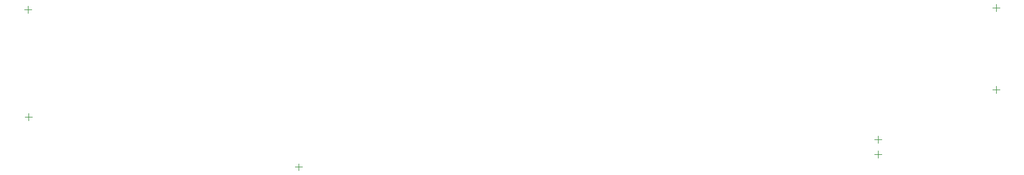
<source format=gbr>
%TF.GenerationSoftware,Altium Limited,Altium Designer,21.6.4 (81)*%
G04 Layer_Color=32768*
%FSLAX43Y43*%
%MOMM*%
%TF.SameCoordinates,00D99F87-3ADF-4980-A611-A04F0DE90361*%
%TF.FilePolarity,Positive*%
%TF.FileFunction,Other,Top_Component_Center*%
%TF.Part,Single*%
G01*
G75*
%TA.AperFunction,NonConductor*%
%ADD91C,0.100*%
%ADD104C,0.050*%
D91*
X126768Y17200D02*
Y18200D01*
X126268Y17700D02*
X127268D01*
X43641Y15875D02*
X44641D01*
X44141Y15375D02*
Y16375D01*
X126768Y19325D02*
Y20325D01*
X126268Y19825D02*
X127268D01*
D104*
X5627Y22525D02*
Y23525D01*
X5127Y23025D02*
X6127D01*
X143636Y38075D02*
Y39075D01*
X143136Y38575D02*
X144136D01*
X143636Y26400D02*
Y27400D01*
X143136Y26900D02*
X144136D01*
X5568Y37825D02*
Y38825D01*
X5068Y38325D02*
X6068D01*
%TF.MD5,320da7ffb179edfb04c6599a6feb8218*%
M02*

</source>
